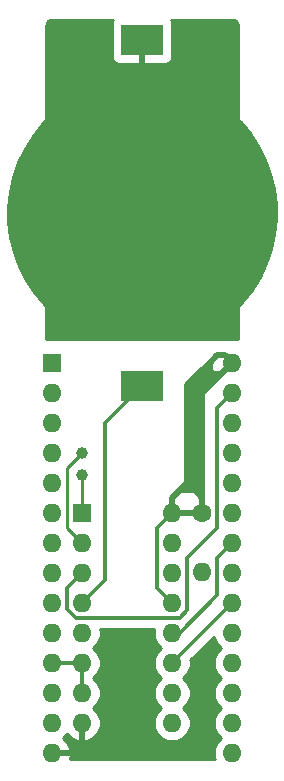
<source format=gtl>
%TF.GenerationSoftware,KiCad,Pcbnew,(5.1.9)-1*%
%TF.CreationDate,2021-05-06T14:47:01+08:00*%
%TF.ProjectId,ATD-20-Redux,4154442d-3230-42d5-9265-6475782e6b69,rev?*%
%TF.SameCoordinates,Original*%
%TF.FileFunction,Copper,L1,Top*%
%TF.FilePolarity,Positive*%
%FSLAX46Y46*%
G04 Gerber Fmt 4.6, Leading zero omitted, Abs format (unit mm)*
G04 Created by KiCad (PCBNEW (5.1.9)-1) date 2021-05-06 14:47:01*
%MOMM*%
%LPD*%
G01*
G04 APERTURE LIST*
%TA.AperFunction,SMDPad,CuDef*%
%ADD10R,3.600000X2.600000*%
%TD*%
%TA.AperFunction,ComponentPad*%
%ADD11O,1.600000X1.600000*%
%TD*%
%TA.AperFunction,ComponentPad*%
%ADD12R,1.600000X1.600000*%
%TD*%
%TA.AperFunction,ComponentPad*%
%ADD13C,1.600000*%
%TD*%
%TA.AperFunction,ComponentPad*%
%ADD14C,1.000000*%
%TD*%
%TA.AperFunction,ViaPad*%
%ADD15C,0.800000*%
%TD*%
%TA.AperFunction,Conductor*%
%ADD16C,0.350000*%
%TD*%
%TA.AperFunction,Conductor*%
%ADD17C,0.500000*%
%TD*%
%TA.AperFunction,Conductor*%
%ADD18C,1.000000*%
%TD*%
%TA.AperFunction,Conductor*%
%ADD19C,0.250000*%
%TD*%
%TA.AperFunction,Conductor*%
%ADD20C,0.254000*%
%TD*%
%TA.AperFunction,Conductor*%
%ADD21C,0.100000*%
%TD*%
G04 APERTURE END LIST*
D10*
%TO.P,BAT1,1*%
%TO.N,Net-(BAT1-Pad1)*%
X118745000Y-59100000D03*
%TO.P,BAT1,2*%
%TO.N,GND*%
X118745000Y-29800000D03*
%TD*%
D11*
%TO.P,J1,28*%
%TO.N,VCC*%
X126365000Y-57150000D03*
%TO.P,J1,14*%
%TO.N,GND*%
X111125000Y-90170000D03*
%TO.P,J1,27*%
%TO.N,/~IOW*%
X126365000Y-59690000D03*
%TO.P,J1,13*%
%TO.N,Net-(J1-Pad13)*%
X111125000Y-87630000D03*
%TO.P,J1,26*%
%TO.N,Net-(J1-Pad26)*%
X126365000Y-62230000D03*
%TO.P,J1,12*%
%TO.N,Net-(J1-Pad12)*%
X111125000Y-85090000D03*
%TO.P,J1,25*%
%TO.N,Net-(J1-Pad25)*%
X126365000Y-64770000D03*
%TO.P,J1,11*%
%TO.N,/D0*%
X111125000Y-82550000D03*
%TO.P,J1,24*%
%TO.N,Net-(J1-Pad24)*%
X126365000Y-67310000D03*
%TO.P,J1,10*%
%TO.N,Net-(J1-Pad10)*%
X111125000Y-80010000D03*
%TO.P,J1,23*%
%TO.N,Net-(J1-Pad23)*%
X126365000Y-69850000D03*
%TO.P,J1,9*%
%TO.N,Net-(J1-Pad9)*%
X111125000Y-77470000D03*
%TO.P,J1,22*%
%TO.N,/~IOR*%
X126365000Y-72390000D03*
%TO.P,J1,8*%
%TO.N,Net-(J1-Pad8)*%
X111125000Y-74930000D03*
%TO.P,J1,21*%
%TO.N,Net-(J1-Pad21)*%
X126365000Y-74930000D03*
%TO.P,J1,7*%
%TO.N,Net-(J1-Pad7)*%
X111125000Y-72390000D03*
%TO.P,J1,20*%
%TO.N,/~CS_RTC*%
X126365000Y-77470000D03*
%TO.P,J1,6*%
%TO.N,Net-(J1-Pad6)*%
X111125000Y-69850000D03*
%TO.P,J1,19*%
%TO.N,Net-(J1-Pad19)*%
X126365000Y-80010000D03*
%TO.P,J1,5*%
%TO.N,Net-(J1-Pad5)*%
X111125000Y-67310000D03*
%TO.P,J1,18*%
%TO.N,Net-(J1-Pad18)*%
X126365000Y-82550000D03*
%TO.P,J1,4*%
%TO.N,Net-(J1-Pad4)*%
X111125000Y-64770000D03*
%TO.P,J1,17*%
%TO.N,Net-(J1-Pad17)*%
X126365000Y-85090000D03*
%TO.P,J1,3*%
%TO.N,Net-(J1-Pad3)*%
X111125000Y-62230000D03*
%TO.P,J1,16*%
%TO.N,Net-(J1-Pad16)*%
X126365000Y-87630000D03*
%TO.P,J1,2*%
%TO.N,Net-(J1-Pad2)*%
X111125000Y-59690000D03*
%TO.P,J1,15*%
%TO.N,Net-(J1-Pad15)*%
X126365000Y-90170000D03*
D12*
%TO.P,J1,1*%
%TO.N,Net-(J1-Pad1)*%
X111125000Y-57150000D03*
%TD*%
D11*
%TO.P,C1,2*%
%TO.N,GND*%
X123825000Y-74850000D03*
D13*
%TO.P,C1,1*%
%TO.N,VCC*%
X123825000Y-69850000D03*
%TD*%
D11*
%TO.P,U1,16*%
%TO.N,VCC*%
X121285000Y-69850000D03*
%TO.P,U1,8*%
%TO.N,GND*%
X113665000Y-87630000D03*
%TO.P,U1,15*%
%TO.N,Net-(U1-Pad15)*%
X121285000Y-72390000D03*
%TO.P,U1,7*%
%TO.N,/D0*%
X113665000Y-85090000D03*
%TO.P,U1,14*%
%TO.N,GND*%
X121285000Y-74930000D03*
%TO.P,U1,6*%
%TO.N,/D0*%
X113665000Y-82550000D03*
%TO.P,U1,13*%
%TO.N,VCC*%
X121285000Y-77470000D03*
%TO.P,U1,5*%
%TO.N,GND*%
X113665000Y-80010000D03*
%TO.P,U1,12*%
%TO.N,/~IOR*%
X121285000Y-80010000D03*
%TO.P,U1,4*%
%TO.N,Net-(BAT1-Pad1)*%
X113665000Y-77470000D03*
%TO.P,U1,11*%
%TO.N,/~CS_RTC*%
X121285000Y-82550000D03*
%TO.P,U1,3*%
%TO.N,/~IOW*%
X113665000Y-74930000D03*
%TO.P,U1,10*%
%TO.N,Net-(U1-Pad10)*%
X121285000Y-85090000D03*
%TO.P,U1,2*%
%TO.N,/XTAL2*%
X113665000Y-72390000D03*
%TO.P,U1,9*%
%TO.N,GND*%
X121285000Y-87630000D03*
D12*
%TO.P,U1,1*%
%TO.N,/XTAL1*%
X113665000Y-69850000D03*
%TD*%
D14*
%TO.P,Y1,1*%
%TO.N,/XTAL1*%
X113665000Y-66675000D03*
%TO.P,Y1,2*%
%TO.N,/XTAL2*%
X113665000Y-64775000D03*
%TD*%
D15*
%TO.N,GND*%
X116205000Y-87630000D03*
X116205000Y-85090000D03*
X116205000Y-82550000D03*
X118745000Y-82550000D03*
X118745000Y-85090000D03*
X118745000Y-87630000D03*
X112395000Y-53975000D03*
X125095000Y-53975000D03*
X118745000Y-53975000D03*
X121920000Y-53975000D03*
X115570000Y-53975000D03*
%TD*%
D16*
%TO.N,Net-(BAT1-Pad1)*%
X115570000Y-75565000D02*
X113665000Y-77470000D01*
X115570000Y-62230000D02*
X115570000Y-75565000D01*
X118745000Y-59100000D02*
X115570000Y-62230000D01*
D17*
%TO.N,GND*%
X111125000Y-90170000D02*
X113665000Y-90170000D01*
X113665000Y-87630000D02*
X113665000Y-90170000D01*
X113665000Y-90170000D02*
X116205000Y-90170000D01*
X116205000Y-90170000D02*
X116205000Y-87630000D01*
X116205000Y-87630000D02*
X116205000Y-85090000D01*
X116205000Y-85090000D02*
X116205000Y-82550000D01*
X116205000Y-82550000D02*
X118745000Y-82550000D01*
X118745000Y-82550000D02*
X118745000Y-85090000D01*
X118745000Y-85090000D02*
X118745000Y-87630000D01*
X118745000Y-53975000D02*
X115570000Y-53975000D01*
X118745000Y-53975000D02*
X121920000Y-53975000D01*
X118745000Y-29800000D02*
X118745000Y-53975000D01*
X121920000Y-53975000D02*
X125095000Y-53975000D01*
X115570000Y-53975000D02*
X112395000Y-53975000D01*
%TO.N,VCC*%
X121285000Y-69850000D02*
X123825000Y-69850000D01*
D16*
X119980009Y-76165009D02*
X121285000Y-77470000D01*
X119980009Y-71154991D02*
X119980009Y-76165009D01*
X121285000Y-69850000D02*
X119980009Y-71154991D01*
D17*
X123825000Y-67945000D02*
X123825000Y-59690000D01*
X126365000Y-57150000D02*
X125730000Y-56515000D01*
X125730000Y-56515000D02*
X125095000Y-56515000D01*
X121285000Y-69850000D02*
X121285000Y-68580000D01*
X122555000Y-67310000D02*
X122555000Y-59055000D01*
X122555000Y-59055000D02*
X123825000Y-57785000D01*
X121285000Y-68580000D02*
X121920000Y-67945000D01*
X121920000Y-67945000D02*
X122555000Y-67310000D01*
X123190000Y-67945000D02*
X123825000Y-67945000D01*
X123825000Y-69850000D02*
X123825000Y-68580000D01*
X123825000Y-68580000D02*
X123190000Y-67945000D01*
X123825000Y-68580000D02*
X123825000Y-67945000D01*
X122555000Y-67310000D02*
X122555000Y-67945000D01*
X122555000Y-67945000D02*
X123190000Y-67945000D01*
X121920000Y-67945000D02*
X122555000Y-67945000D01*
D18*
X123190000Y-67310000D02*
X123190000Y-59055000D01*
D17*
X123825000Y-67945000D02*
X123190000Y-67310000D01*
X122555000Y-67945000D02*
X123190000Y-67310000D01*
X123825000Y-58420000D02*
X123190000Y-59055000D01*
X123825000Y-57785000D02*
X123825000Y-58420000D01*
X124460000Y-59055000D02*
X123825000Y-59055000D01*
X123825000Y-59055000D02*
X123825000Y-57785000D01*
X123825000Y-59690000D02*
X123825000Y-59055000D01*
X124460000Y-59055000D02*
X123825000Y-59690000D01*
X125412500Y-58102500D02*
X124777500Y-58102500D01*
X126365000Y-57150000D02*
X125412500Y-58102500D01*
X124777500Y-58102500D02*
X124460000Y-57785000D01*
X124460000Y-57785000D02*
X124460000Y-57150000D01*
X125095000Y-56515000D02*
X124460000Y-57150000D01*
X125095000Y-58420000D02*
X124460000Y-58420000D01*
X124460000Y-58420000D02*
X124460000Y-59055000D01*
X124460000Y-57785000D02*
X124460000Y-58420000D01*
X125412500Y-58102500D02*
X125095000Y-58420000D01*
X125095000Y-58420000D02*
X124460000Y-59055000D01*
X124142500Y-58737500D02*
X123825000Y-59055000D01*
X124142500Y-57467500D02*
X124142500Y-58737500D01*
X124460000Y-57150000D02*
X124142500Y-57467500D01*
X124142500Y-57467500D02*
X123825000Y-57785000D01*
D19*
%TO.N,/XTAL2*%
X112395000Y-71120000D02*
X113665000Y-72390000D01*
X112395000Y-66045000D02*
X112395000Y-71120000D01*
X113665000Y-64775000D02*
X112395000Y-66045000D01*
%TO.N,/XTAL1*%
X113665000Y-69850000D02*
X113665000Y-66675000D01*
D16*
%TO.N,/~IOW*%
X112395000Y-76200000D02*
X113665000Y-74930000D01*
X112395000Y-78013002D02*
X112395000Y-76200000D01*
X113121998Y-78740000D02*
X112395000Y-78013002D01*
X122555000Y-78103000D02*
X121918000Y-78740000D01*
X121918000Y-78740000D02*
X113121998Y-78740000D01*
X122555000Y-73665999D02*
X122555000Y-78103000D01*
X125095000Y-71125999D02*
X122555000Y-73665999D01*
X125095000Y-60960000D02*
X125095000Y-71125999D01*
X126365000Y-59690000D02*
X125095000Y-60960000D01*
%TO.N,/D0*%
X111125000Y-82550000D02*
X113665000Y-82550000D01*
X113665000Y-85090000D02*
X113665000Y-82550000D01*
%TO.N,/~IOR*%
X121920000Y-80010000D02*
X121285000Y-80010000D01*
X125095000Y-76835000D02*
X121920000Y-80010000D01*
X125095000Y-73660000D02*
X125095000Y-76835000D01*
X126365000Y-72390000D02*
X125095000Y-73660000D01*
%TO.N,/~CS_RTC*%
X126365000Y-77470000D02*
X121285000Y-82550000D01*
%TD*%
D20*
%TO.N,GND*%
X119723000Y-79856156D02*
X119723000Y-80163844D01*
X119783027Y-80465619D01*
X119900773Y-80749885D01*
X120071715Y-81005717D01*
X120289283Y-81223285D01*
X120374163Y-81280000D01*
X120289283Y-81336715D01*
X120071715Y-81554283D01*
X119900773Y-81810115D01*
X119783027Y-82094381D01*
X119723000Y-82396156D01*
X119723000Y-82703844D01*
X119783027Y-83005619D01*
X119900773Y-83289885D01*
X120071715Y-83545717D01*
X120289283Y-83763285D01*
X120374163Y-83820000D01*
X120289283Y-83876715D01*
X120071715Y-84094283D01*
X119900773Y-84350115D01*
X119783027Y-84634381D01*
X119723000Y-84936156D01*
X119723000Y-85243844D01*
X119783027Y-85545619D01*
X119900773Y-85829885D01*
X120071715Y-86085717D01*
X120289283Y-86303285D01*
X120374163Y-86360000D01*
X120289283Y-86416715D01*
X120071715Y-86634283D01*
X119900773Y-86890115D01*
X119783027Y-87174381D01*
X119723000Y-87476156D01*
X119723000Y-87783844D01*
X119783027Y-88085619D01*
X119900773Y-88369885D01*
X120071715Y-88625717D01*
X120289283Y-88843285D01*
X120545115Y-89014227D01*
X120829381Y-89131973D01*
X121131156Y-89192000D01*
X121438844Y-89192000D01*
X121740619Y-89131973D01*
X122024885Y-89014227D01*
X122280717Y-88843285D01*
X122498285Y-88625717D01*
X122669227Y-88369885D01*
X122786973Y-88085619D01*
X122847000Y-87783844D01*
X122847000Y-87476156D01*
X122786973Y-87174381D01*
X122669227Y-86890115D01*
X122498285Y-86634283D01*
X122280717Y-86416715D01*
X122195837Y-86360000D01*
X122280717Y-86303285D01*
X122498285Y-86085717D01*
X122669227Y-85829885D01*
X122786973Y-85545619D01*
X122847000Y-85243844D01*
X122847000Y-84936156D01*
X122786973Y-84634381D01*
X122669227Y-84350115D01*
X122498285Y-84094283D01*
X122280717Y-83876715D01*
X122195837Y-83820000D01*
X122280717Y-83763285D01*
X122498285Y-83545717D01*
X122669227Y-83289885D01*
X122786973Y-83005619D01*
X122847000Y-82703844D01*
X122847000Y-82396156D01*
X122833223Y-82326894D01*
X124835066Y-80325051D01*
X124863027Y-80465619D01*
X124980773Y-80749885D01*
X125151715Y-81005717D01*
X125369283Y-81223285D01*
X125454163Y-81280000D01*
X125369283Y-81336715D01*
X125151715Y-81554283D01*
X124980773Y-81810115D01*
X124863027Y-82094381D01*
X124803000Y-82396156D01*
X124803000Y-82703844D01*
X124863027Y-83005619D01*
X124980773Y-83289885D01*
X125151715Y-83545717D01*
X125369283Y-83763285D01*
X125454163Y-83820000D01*
X125369283Y-83876715D01*
X125151715Y-84094283D01*
X124980773Y-84350115D01*
X124863027Y-84634381D01*
X124803000Y-84936156D01*
X124803000Y-85243844D01*
X124863027Y-85545619D01*
X124980773Y-85829885D01*
X125151715Y-86085717D01*
X125369283Y-86303285D01*
X125454163Y-86360000D01*
X125369283Y-86416715D01*
X125151715Y-86634283D01*
X124980773Y-86890115D01*
X124863027Y-87174381D01*
X124803000Y-87476156D01*
X124803000Y-87783844D01*
X124863027Y-88085619D01*
X124980773Y-88369885D01*
X125151715Y-88625717D01*
X125369283Y-88843285D01*
X125454163Y-88900000D01*
X125369283Y-88956715D01*
X125151715Y-89174283D01*
X124980773Y-89430115D01*
X124863027Y-89714381D01*
X124803000Y-90016156D01*
X124803000Y-90323844D01*
X124863027Y-90625619D01*
X124874369Y-90653000D01*
X112615631Y-90653000D01*
X112626973Y-90625619D01*
X112687000Y-90323844D01*
X112687000Y-90016156D01*
X112626973Y-89714381D01*
X112509227Y-89430115D01*
X112338285Y-89174283D01*
X112120717Y-88956715D01*
X112035837Y-88900000D01*
X112120717Y-88843285D01*
X112338285Y-88625717D01*
X112395000Y-88540837D01*
X112451715Y-88625717D01*
X112669283Y-88843285D01*
X112925115Y-89014227D01*
X113209381Y-89131973D01*
X113511156Y-89192000D01*
X113818844Y-89192000D01*
X114120619Y-89131973D01*
X114404885Y-89014227D01*
X114660717Y-88843285D01*
X114878285Y-88625717D01*
X115049227Y-88369885D01*
X115166973Y-88085619D01*
X115227000Y-87783844D01*
X115227000Y-87476156D01*
X115166973Y-87174381D01*
X115049227Y-86890115D01*
X114878285Y-86634283D01*
X114660717Y-86416715D01*
X114575837Y-86360000D01*
X114660717Y-86303285D01*
X114878285Y-86085717D01*
X115049227Y-85829885D01*
X115166973Y-85545619D01*
X115227000Y-85243844D01*
X115227000Y-84936156D01*
X115166973Y-84634381D01*
X115049227Y-84350115D01*
X114878285Y-84094283D01*
X114660717Y-83876715D01*
X114602000Y-83837481D01*
X114602000Y-83802519D01*
X114660717Y-83763285D01*
X114878285Y-83545717D01*
X115049227Y-83289885D01*
X115166973Y-83005619D01*
X115227000Y-82703844D01*
X115227000Y-82396156D01*
X115166973Y-82094381D01*
X115049227Y-81810115D01*
X114878285Y-81554283D01*
X114660717Y-81336715D01*
X114575837Y-81280000D01*
X114660717Y-81223285D01*
X114878285Y-81005717D01*
X115049227Y-80749885D01*
X115166973Y-80465619D01*
X115227000Y-80163844D01*
X115227000Y-79856156D01*
X115191364Y-79677000D01*
X119758636Y-79677000D01*
X119723000Y-79856156D01*
%TA.AperFunction,Conductor*%
D21*
G36*
X119723000Y-79856156D02*
G01*
X119723000Y-80163844D01*
X119783027Y-80465619D01*
X119900773Y-80749885D01*
X120071715Y-81005717D01*
X120289283Y-81223285D01*
X120374163Y-81280000D01*
X120289283Y-81336715D01*
X120071715Y-81554283D01*
X119900773Y-81810115D01*
X119783027Y-82094381D01*
X119723000Y-82396156D01*
X119723000Y-82703844D01*
X119783027Y-83005619D01*
X119900773Y-83289885D01*
X120071715Y-83545717D01*
X120289283Y-83763285D01*
X120374163Y-83820000D01*
X120289283Y-83876715D01*
X120071715Y-84094283D01*
X119900773Y-84350115D01*
X119783027Y-84634381D01*
X119723000Y-84936156D01*
X119723000Y-85243844D01*
X119783027Y-85545619D01*
X119900773Y-85829885D01*
X120071715Y-86085717D01*
X120289283Y-86303285D01*
X120374163Y-86360000D01*
X120289283Y-86416715D01*
X120071715Y-86634283D01*
X119900773Y-86890115D01*
X119783027Y-87174381D01*
X119723000Y-87476156D01*
X119723000Y-87783844D01*
X119783027Y-88085619D01*
X119900773Y-88369885D01*
X120071715Y-88625717D01*
X120289283Y-88843285D01*
X120545115Y-89014227D01*
X120829381Y-89131973D01*
X121131156Y-89192000D01*
X121438844Y-89192000D01*
X121740619Y-89131973D01*
X122024885Y-89014227D01*
X122280717Y-88843285D01*
X122498285Y-88625717D01*
X122669227Y-88369885D01*
X122786973Y-88085619D01*
X122847000Y-87783844D01*
X122847000Y-87476156D01*
X122786973Y-87174381D01*
X122669227Y-86890115D01*
X122498285Y-86634283D01*
X122280717Y-86416715D01*
X122195837Y-86360000D01*
X122280717Y-86303285D01*
X122498285Y-86085717D01*
X122669227Y-85829885D01*
X122786973Y-85545619D01*
X122847000Y-85243844D01*
X122847000Y-84936156D01*
X122786973Y-84634381D01*
X122669227Y-84350115D01*
X122498285Y-84094283D01*
X122280717Y-83876715D01*
X122195837Y-83820000D01*
X122280717Y-83763285D01*
X122498285Y-83545717D01*
X122669227Y-83289885D01*
X122786973Y-83005619D01*
X122847000Y-82703844D01*
X122847000Y-82396156D01*
X122833223Y-82326894D01*
X124835066Y-80325051D01*
X124863027Y-80465619D01*
X124980773Y-80749885D01*
X125151715Y-81005717D01*
X125369283Y-81223285D01*
X125454163Y-81280000D01*
X125369283Y-81336715D01*
X125151715Y-81554283D01*
X124980773Y-81810115D01*
X124863027Y-82094381D01*
X124803000Y-82396156D01*
X124803000Y-82703844D01*
X124863027Y-83005619D01*
X124980773Y-83289885D01*
X125151715Y-83545717D01*
X125369283Y-83763285D01*
X125454163Y-83820000D01*
X125369283Y-83876715D01*
X125151715Y-84094283D01*
X124980773Y-84350115D01*
X124863027Y-84634381D01*
X124803000Y-84936156D01*
X124803000Y-85243844D01*
X124863027Y-85545619D01*
X124980773Y-85829885D01*
X125151715Y-86085717D01*
X125369283Y-86303285D01*
X125454163Y-86360000D01*
X125369283Y-86416715D01*
X125151715Y-86634283D01*
X124980773Y-86890115D01*
X124863027Y-87174381D01*
X124803000Y-87476156D01*
X124803000Y-87783844D01*
X124863027Y-88085619D01*
X124980773Y-88369885D01*
X125151715Y-88625717D01*
X125369283Y-88843285D01*
X125454163Y-88900000D01*
X125369283Y-88956715D01*
X125151715Y-89174283D01*
X124980773Y-89430115D01*
X124863027Y-89714381D01*
X124803000Y-90016156D01*
X124803000Y-90323844D01*
X124863027Y-90625619D01*
X124874369Y-90653000D01*
X112615631Y-90653000D01*
X112626973Y-90625619D01*
X112687000Y-90323844D01*
X112687000Y-90016156D01*
X112626973Y-89714381D01*
X112509227Y-89430115D01*
X112338285Y-89174283D01*
X112120717Y-88956715D01*
X112035837Y-88900000D01*
X112120717Y-88843285D01*
X112338285Y-88625717D01*
X112395000Y-88540837D01*
X112451715Y-88625717D01*
X112669283Y-88843285D01*
X112925115Y-89014227D01*
X113209381Y-89131973D01*
X113511156Y-89192000D01*
X113818844Y-89192000D01*
X114120619Y-89131973D01*
X114404885Y-89014227D01*
X114660717Y-88843285D01*
X114878285Y-88625717D01*
X115049227Y-88369885D01*
X115166973Y-88085619D01*
X115227000Y-87783844D01*
X115227000Y-87476156D01*
X115166973Y-87174381D01*
X115049227Y-86890115D01*
X114878285Y-86634283D01*
X114660717Y-86416715D01*
X114575837Y-86360000D01*
X114660717Y-86303285D01*
X114878285Y-86085717D01*
X115049227Y-85829885D01*
X115166973Y-85545619D01*
X115227000Y-85243844D01*
X115227000Y-84936156D01*
X115166973Y-84634381D01*
X115049227Y-84350115D01*
X114878285Y-84094283D01*
X114660717Y-83876715D01*
X114602000Y-83837481D01*
X114602000Y-83802519D01*
X114660717Y-83763285D01*
X114878285Y-83545717D01*
X115049227Y-83289885D01*
X115166973Y-83005619D01*
X115227000Y-82703844D01*
X115227000Y-82396156D01*
X115166973Y-82094381D01*
X115049227Y-81810115D01*
X114878285Y-81554283D01*
X114660717Y-81336715D01*
X114575837Y-81280000D01*
X114660717Y-81223285D01*
X114878285Y-81005717D01*
X115049227Y-80749885D01*
X115166973Y-80465619D01*
X115227000Y-80163844D01*
X115227000Y-79856156D01*
X115191364Y-79677000D01*
X119758636Y-79677000D01*
X119723000Y-79856156D01*
G37*
%TD.AperFunction*%
%TD*%
D20*
%TO.N,GND*%
X116237598Y-28206985D02*
X116194026Y-28350622D01*
X116179314Y-28500000D01*
X116179314Y-31100000D01*
X116194026Y-31249378D01*
X116237598Y-31393015D01*
X116308355Y-31525392D01*
X116403578Y-31641422D01*
X116519608Y-31736645D01*
X116651985Y-31807402D01*
X116795622Y-31850974D01*
X116945000Y-31865686D01*
X120545000Y-31865686D01*
X120694378Y-31850974D01*
X120838015Y-31807402D01*
X120970392Y-31736645D01*
X121086422Y-31641422D01*
X121181645Y-31525392D01*
X121252402Y-31393015D01*
X121295974Y-31249378D01*
X121310686Y-31100000D01*
X121310686Y-28500000D01*
X121295974Y-28350622D01*
X121252402Y-28206985D01*
X121190941Y-28092000D01*
X126326509Y-28092000D01*
X126458081Y-28104901D01*
X126547620Y-28131935D01*
X126630200Y-28175843D01*
X126702678Y-28234954D01*
X126762297Y-28307021D01*
X126806780Y-28389290D01*
X126834438Y-28478640D01*
X126848001Y-28607684D01*
X126847999Y-36233654D01*
X126859387Y-36349279D01*
X126904389Y-36497629D01*
X126977467Y-36634349D01*
X127075814Y-36754185D01*
X127077169Y-36755297D01*
X127877698Y-37721978D01*
X128580629Y-38799082D01*
X129157105Y-39948830D01*
X129599722Y-41156450D01*
X129902787Y-42406410D01*
X130062403Y-43682639D01*
X130076521Y-44968746D01*
X129944957Y-46248176D01*
X129669404Y-47504481D01*
X129253401Y-48721531D01*
X128702302Y-49883656D01*
X128023188Y-50975924D01*
X127213594Y-51998438D01*
X127091177Y-52133207D01*
X127075815Y-52145815D01*
X126977468Y-52265652D01*
X126904390Y-52402372D01*
X126859388Y-52550722D01*
X126848000Y-52666347D01*
X126848000Y-55118000D01*
X110642001Y-55118000D01*
X110642001Y-52666345D01*
X110630613Y-52550720D01*
X110585611Y-52402370D01*
X110512533Y-52265650D01*
X110414186Y-52145814D01*
X110412829Y-52144700D01*
X109612297Y-51178017D01*
X108909367Y-50100912D01*
X108332895Y-48951170D01*
X107890278Y-47743550D01*
X107587213Y-46493588D01*
X107427597Y-45217361D01*
X107413479Y-43931255D01*
X107545043Y-42651824D01*
X107820596Y-41395519D01*
X108236599Y-40178469D01*
X108787698Y-39016345D01*
X109466814Y-37924072D01*
X110276408Y-36901561D01*
X110398824Y-36766792D01*
X110414185Y-36754185D01*
X110512532Y-36634349D01*
X110585610Y-36497629D01*
X110630612Y-36349279D01*
X110642000Y-36233654D01*
X110642000Y-28613491D01*
X110654901Y-28481919D01*
X110681935Y-28392380D01*
X110725843Y-28309800D01*
X110784954Y-28237322D01*
X110857021Y-28177703D01*
X110939290Y-28133220D01*
X111028640Y-28105562D01*
X111157675Y-28092000D01*
X116299059Y-28092000D01*
X116237598Y-28206985D01*
%TA.AperFunction,Conductor*%
D21*
G36*
X116237598Y-28206985D02*
G01*
X116194026Y-28350622D01*
X116179314Y-28500000D01*
X116179314Y-31100000D01*
X116194026Y-31249378D01*
X116237598Y-31393015D01*
X116308355Y-31525392D01*
X116403578Y-31641422D01*
X116519608Y-31736645D01*
X116651985Y-31807402D01*
X116795622Y-31850974D01*
X116945000Y-31865686D01*
X120545000Y-31865686D01*
X120694378Y-31850974D01*
X120838015Y-31807402D01*
X120970392Y-31736645D01*
X121086422Y-31641422D01*
X121181645Y-31525392D01*
X121252402Y-31393015D01*
X121295974Y-31249378D01*
X121310686Y-31100000D01*
X121310686Y-28500000D01*
X121295974Y-28350622D01*
X121252402Y-28206985D01*
X121190941Y-28092000D01*
X126326509Y-28092000D01*
X126458081Y-28104901D01*
X126547620Y-28131935D01*
X126630200Y-28175843D01*
X126702678Y-28234954D01*
X126762297Y-28307021D01*
X126806780Y-28389290D01*
X126834438Y-28478640D01*
X126848001Y-28607684D01*
X126847999Y-36233654D01*
X126859387Y-36349279D01*
X126904389Y-36497629D01*
X126977467Y-36634349D01*
X127075814Y-36754185D01*
X127077169Y-36755297D01*
X127877698Y-37721978D01*
X128580629Y-38799082D01*
X129157105Y-39948830D01*
X129599722Y-41156450D01*
X129902787Y-42406410D01*
X130062403Y-43682639D01*
X130076521Y-44968746D01*
X129944957Y-46248176D01*
X129669404Y-47504481D01*
X129253401Y-48721531D01*
X128702302Y-49883656D01*
X128023188Y-50975924D01*
X127213594Y-51998438D01*
X127091177Y-52133207D01*
X127075815Y-52145815D01*
X126977468Y-52265652D01*
X126904390Y-52402372D01*
X126859388Y-52550722D01*
X126848000Y-52666347D01*
X126848000Y-55118000D01*
X110642001Y-55118000D01*
X110642001Y-52666345D01*
X110630613Y-52550720D01*
X110585611Y-52402370D01*
X110512533Y-52265650D01*
X110414186Y-52145814D01*
X110412829Y-52144700D01*
X109612297Y-51178017D01*
X108909367Y-50100912D01*
X108332895Y-48951170D01*
X107890278Y-47743550D01*
X107587213Y-46493588D01*
X107427597Y-45217361D01*
X107413479Y-43931255D01*
X107545043Y-42651824D01*
X107820596Y-41395519D01*
X108236599Y-40178469D01*
X108787698Y-39016345D01*
X109466814Y-37924072D01*
X110276408Y-36901561D01*
X110398824Y-36766792D01*
X110414185Y-36754185D01*
X110512532Y-36634349D01*
X110585610Y-36497629D01*
X110630612Y-36349279D01*
X110642000Y-36233654D01*
X110642000Y-28613491D01*
X110654901Y-28481919D01*
X110681935Y-28392380D01*
X110725843Y-28309800D01*
X110784954Y-28237322D01*
X110857021Y-28177703D01*
X110939290Y-28133220D01*
X111028640Y-28105562D01*
X111157675Y-28092000D01*
X116299059Y-28092000D01*
X116237598Y-28206985D01*
G37*
%TD.AperFunction*%
%TD*%
M02*

</source>
